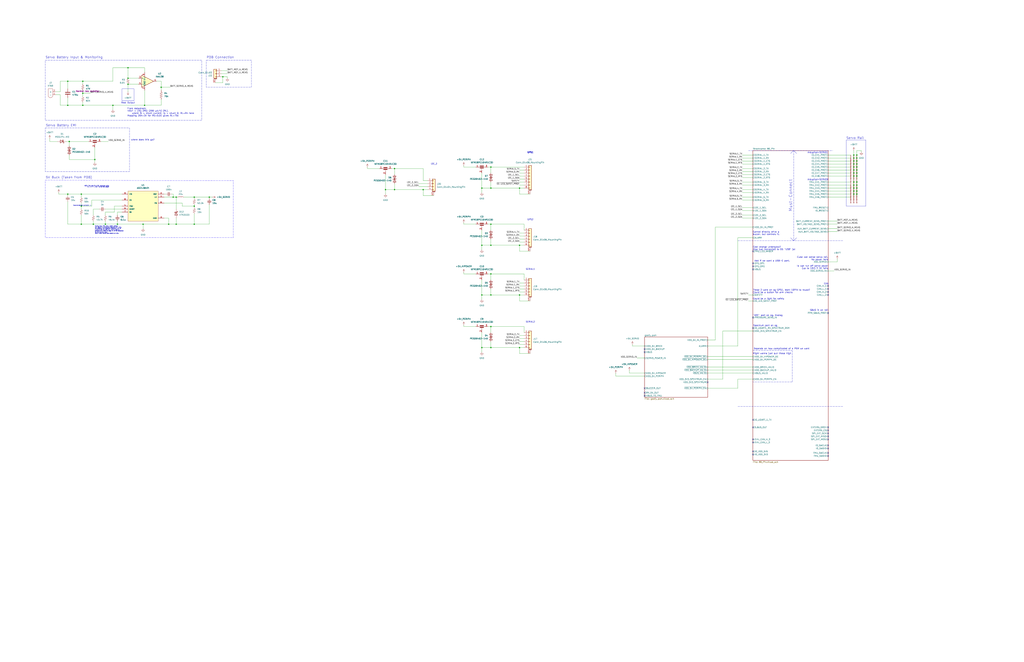
<source format=kicad_sch>
(kicad_sch (version 20250114) (generator "eeschema") (generator_version "9.0")
  (paper "D")
  (rectangle (start 173.99 50.8) (end 212.09 73.66) (stroke (width 0) (type dash)))
  (rectangle (start 38.1 107.95) (end 109.22 144.78) (stroke (width 0) (type dash)))
  (rectangle (start 713.74 118.11) (end 730.25 173.99))
  (rectangle (start 102.87 74.93) (end 113.03 85.09))
  (rectangle (start 38.1 50.8) (end 170.18 101.6) (stroke (width 0) (type dash)))
  (text "Servo Rail" (at 713.74 116.586 0) (effects (font (size 1.905 1.905)) (justify left)))
  (text "where does this go?\n" (at 120.396 118.11 0) (effects (font (size 1.27 1.27))))
  (text "Cannot directly drive a \nbuzzer, but controls it." (at 634.746 198.628 0) (effects (font (size 1.27 1.27)) (justify left bottom)))
  (text "Add if we want a USB-C port." (at 636.27 220.98 0) (effects (font (size 1.27 1.27)) (justify left bottom)))
  (text "GPS1" (at 447.294 128.778 0) (effects (font (size 1.27 1.27) (thickness 0.254) (bold yes))))
  (text "SBUS in on rail" (at 698.5 262.636 0) (effects (font (size 1.27 1.27)) (justify right bottom)))
  (text "\"ADC\" port on og. Analog" (at 635 266.954 0) (effects (font (size 1.27 1.27)) (justify left bottom)))
  (text "Spectrum port on og" (at 635.254 275.59 0) (effects (font (size 1.27 1.27)) (justify left bottom)))
  (text "Real Output" (at 107.95 86.868 0) (effects (font (size 1.27 1.27))))
  (text "Could be a light for safety" (at 635 252.984 0) (effects (font (size 1.27 1.27)) (justify left bottom)))
  (text "Pulling down FSW with a 46.6k resistor\nwill result in a switching frequency of 1 MHz.\nFor stability, the crossover frequency will be\n1/10 of this, so 100 kHz. This is used to\ncompute R14. Refer to page 11 of the datasheet\nfor the formula used.\nNOTE: These values also depend on C15." (at 80.01 194.056 0) (effects (font (size 0.635 0.635)) (justify left)))
  (text "Might wanna just pull these high" (at 635 298.45 0) (effects (font (size 1.27 1.27)) (justify left)))
  (text "Cool orange underglow?\nAlso just connected to OG \"USB\" jst" (at 635 211.328 0) (effects (font (size 1.27 1.27)) (justify left bottom)))
  (text "Could be a button for arm checks" (at 635 247.65 0) (effects (font (size 1.27 1.27)) (justify left bottom)))
  (text "Servo Battery EMI" (at 51.562 105.918 0) (effects (font (size 1.905 1.905))))
  (text "Depends on how complicated of a PSM we want" (at 659.13 294.386 0) (effects (font (size 1.27 1.27))))
  (text "I2C_2" (at 366.014 138.43 0) (effects (font (size 1.27 1.27))))
  (text "From datasheet:\nVOUT = (IS) (RS) (200 μA/V) (RL), \n    where IS = shunt current, rs = shunt Ω, RL=R4 here\nMapping 20A=3V for RS=0.01 gives RL=75k" (at 107.442 94.742 0) (effects (font (size 1.27 1.27)) (justify left)))
  (text "SERIAL2" (at 447.294 271.78 0) (effects (font (size 1.27 1.27))))
  (text "These 2 were on og GPS1. Want 10PIN to reuse?" (at 635 245.618 0) (effects (font (size 1.27 1.27)) (justify left bottom)))
  (text "Cube can sense servo rail.\nNo power here" (at 698.5 219.964 0) (effects (font (size 1.27 1.27)) (justify right bottom)))
  (text "Ardupilot=SERVO1" (at 698.5 129.54 0) (effects (font (size 1.27 1.27)) (justify right bottom)))
  (text "GPS2" (at 447.294 185.42 0) (effects (font (size 1.27 1.27))))
  (text "NOTE: This uses RL=1.25, computed using\nR = V / I = 5V / 4A for the Jetson" (at 91.948 157.48 0) (effects (font (size 0.635 0.635)) (justify right)))
  (text "Must be between 1.2 & 5V ->" (at 76.962 173.482 0) (effects (font (size 0.635 0.635)) (justify right)))
  (text "Io can run off servo power\n(up to 10V) if 5V fails" (at 698.5 227.33 0) (effects (font (size 1.27 1.27)) (justify right bottom)))
  (text "PDB Connection" (at 174.244 48.514 0) (effects (font (size 1.905 1.905)) (justify left)))
  (text "CAN" (at 698.754 240.284 0) (effects (font (size 1.27 1.27)) (justify right bottom)))
  (text "5V Buck (Taken from PDB)" (at 38.608 149.86 0) (effects (font (size 1.905 1.905)) (justify left)))
  (text "Ardupilot=SERVO9\n" (at 698.5 152.4 0) (effects (font (size 1.27 1.27)) (justify right bottom)))
  (text "Servo Battery Input & Monitoring" (at 62.484 48.514 0) (effects (font (size 1.905 1.905))))
  (text "Must-Connect" (at 666.75 165.1 90) (effects (font (size 2.54 2.54))))
  (text "SERIAL1" (at 447.294 227.33 0) (effects (font (size 1.27 1.27))))
  (junction (at 722.63 135.89))
  (junction (at 438.15 207.01))
  (junction (at 406.4 207.01))
  (junction (at 57.15 68.58))
  (junction (at 414.02 189.23))
  (junction (at 722.63 158.75))
  (junction (at 406.4 293.37))
  (junction (at 414.02 207.01))
  (junction (at 720.09 153.67))
  (junction (at 720.09 146.05))
  (junction (at 722.63 146.05))
  (junction (at 69.85 78.74))
  (junction (at 107.95 71.12))
  (junction (at 120.65 189.23))
  (junction (at 80.01 134.62))
  (junction (at 57.15 163.83))
  (junction (at 438.15 158.75))
  (junction (at 722.63 148.59))
  (junction (at 722.63 138.43))
  (junction (at 720.09 163.83))
  (junction (at 107.95 57.15))
  (junction (at 146.05 166.37))
  (junction (at 722.63 163.83))
  (junction (at 148.59 189.23))
  (junction (at 99.06 189.23))
  (junction (at 163.83 173.99))
  (junction (at 720.09 133.35))
  (junction (at 187.96 64.77))
  (junction (at 88.9 189.23))
  (junction (at 722.63 140.97))
  (junction (at 142.24 189.23))
  (junction (at 720.09 138.43))
  (junction (at 720.09 158.75))
  (junction (at 438.15 248.92))
  (junction (at 356.87 160.02))
  (junction (at 121.92 88.9))
  (junction (at 135.89 73.66))
  (junction (at 720.09 143.51))
  (junction (at 414.02 275.59))
  (junction (at 69.85 88.9))
  (junction (at 107.95 66.04))
  (junction (at 95.25 88.9))
  (junction (at 68.58 189.23))
  (junction (at 414.02 231.14))
  (junction (at 720.09 130.81))
  (junction (at 57.15 88.9))
  (junction (at 69.85 68.58))
  (junction (at 722.63 143.51))
  (junction (at 148.59 166.37))
  (junction (at 722.63 153.67))
  (junction (at 414.02 293.37))
  (junction (at 406.4 248.92))
  (junction (at 163.83 189.23))
  (junction (at 414.02 248.92))
  (junction (at 332.74 142.24))
  (junction (at 720.09 135.89))
  (junction (at 414.02 140.97))
  (junction (at 414.02 158.75))
  (junction (at 163.83 166.37))
  (junction (at 722.63 133.35))
  (junction (at 325.12 160.02))
  (junction (at 720.09 161.29))
  (junction (at 720.09 140.97))
  (junction (at 332.74 160.02))
  (junction (at 438.15 293.37))
  (junction (at 720.09 148.59))
  (junction (at 58.42 119.38))
  (junction (at 722.63 156.21))
  (junction (at 68.58 173.99))
  (junction (at 406.4 158.75))
  (junction (at 722.63 161.29))
  (junction (at 722.63 130.81))
  (junction (at 68.58 163.83))
  (junction (at 720.09 156.21))
  (junction (at 78.74 189.23))
  (junction (at 176.53 166.37))
  (no_connect (at 635 267.97))
  (no_connect (at 635 370.84))
  (no_connect (at 543.56 297.18))
  (no_connect (at 543.56 294.64))
  (no_connect (at 698.5 360.68))
  (no_connect (at 698.5 248.92))
  (no_connect (at 635 212.09))
  (no_connect (at 635 383.54))
  (no_connect (at 543.56 334.01))
  (no_connect (at 635 373.38))
  (no_connect (at 698.5 243.84))
  (no_connect (at 698.5 384.81))
  (no_connect (at 698.5 264.16))
  (no_connect (at 635 360.68))
  (no_connect (at 635 276.86))
  (no_connect (at 698.5 370.84))
  (no_connect (at 635 222.25))
  (no_connect (at 698.5 375.92))
  (no_connect (at 635 224.79))
  (no_connect (at 698.5 378.46))
  (no_connect (at 635 354.33))
  (no_connect (at 698.5 363.22))
  (no_connect (at 635 381))
  (no_connect (at 698.5 365.76))
  (no_connect (at 543.56 327.66))
  (no_connect (at 698.5 241.3))
  (no_connect (at 635 227.33))
  (no_connect (at 698.5 368.3))
  (no_connect (at 596.9 322.58))
  (no_connect (at 543.56 331.47))
  (no_connect (at 698.5 382.27))
  (no_connect (at 698.5 246.38))
  (wire (pts (xy 626.11 175.26) (xy 635 175.26)))
  (wire (pts (xy 68.58 181.61) (xy 68.58 189.23)))
  (wire (pts (xy 720.09 133.35) (xy 720.09 135.89)))
  (wire (pts (xy 706.12 220.98) (xy 698.5 220.98)))
  (wire (pts (xy 406.4 252.73) (xy 406.4 248.92)))
  (polyline (pts (xy 666.75 200.66) (xy 669.29 203.2)))
  (wire (pts (xy 102.87 179.07) (xy 99.06 179.07)))
  (wire (pts (xy 626.11 166.37) (xy 635 166.37)))
  (wire (pts (xy 138.43 171.45) (xy 153.67 171.45)))
  (wire (pts (xy 722.63 127) (xy 722.63 130.81)))
  (wire (pts (xy 191.77 64.77) (xy 187.96 64.77)))
  (wire (pts (xy 356.87 152.4) (xy 356.87 142.24)))
  (wire (pts (xy 353.06 154.94) (xy 360.68 154.94)))
  (wire (pts (xy 631.19 248.92) (xy 635 248.92)))
  (wire (pts (xy 356.87 160.02) (xy 356.87 165.1)))
  (wire (pts (xy 698.5 146.05) (xy 717.55 146.05)))
  (wire (pts (xy 609.6 279.4) (xy 609.6 320.04)))
  (wire (pts (xy 438.15 151.13) (xy 441.96 151.13)))
  (wire (pts (xy 722.63 161.29) (xy 722.63 163.83)))
  (wire (pts (xy 176.53 166.37) (xy 179.07 166.37)))
  (wire (pts (xy 596.9 303.53) (xy 635 303.53)))
  (wire (pts (xy 148.59 166.37) (xy 148.59 176.53)))
  (wire (pts (xy 414.02 140.97) (xy 414.02 146.05)))
  (wire (pts (xy 146.05 163.83) (xy 146.05 166.37)))
  (wire (pts (xy 68.58 163.83) (xy 102.87 163.83)))
  (wire (pts (xy 146.05 166.37) (xy 148.59 166.37)))
  (wire (pts (xy 698.5 130.81) (xy 717.55 130.81)))
  (wire (pts (xy 80.01 134.62) (xy 80.01 124.46)))
  (wire (pts (xy 722.63 135.89) (xy 722.63 138.43)))
  (wire (pts (xy 698.5 133.35) (xy 717.55 133.35)))
  (wire (pts (xy 325.12 147.32) (xy 325.12 160.02)))
  (wire (pts (xy 720.09 135.89) (xy 720.09 138.43)))
  (wire (pts (xy 438.15 248.92) (xy 438.15 254)))
  (wire (pts (xy 176.53 172.72) (xy 176.53 189.23)))
  (wire (pts (xy 411.48 189.23) (xy 414.02 189.23)))
  (wire (pts (xy 135.89 73.66) (xy 135.89 76.2)))
  (wire (pts (xy 530.86 312.42) (xy 530.86 314.96)))
  (wire (pts (xy 626.11 168.91) (xy 635 168.91)))
  (wire (pts (xy 138.43 163.83) (xy 139.7 163.83)))
  (wire (pts (xy 698.5 158.75) (xy 717.55 158.75)))
  (wire (pts (xy 698.5 193.04) (xy 706.12 193.04)))
  (wire (pts (xy 533.4 292.1) (xy 543.56 292.1)))
  (wire (pts (xy 41.91 119.38) (xy 48.26 119.38)))
  (wire (pts (xy 58.42 119.38) (xy 58.42 123.19)))
  (wire (pts (xy 120.65 189.23) (xy 99.06 189.23)))
  (wire (pts (xy 69.85 88.9) (xy 95.25 88.9)))
  (wire (pts (xy 722.63 146.05) (xy 722.63 148.59)))
  (wire (pts (xy 414.02 189.23) (xy 414.02 194.31)))
  (wire (pts (xy 57.15 170.18) (xy 57.15 189.23)))
  (wire (pts (xy 78.74 176.53) (xy 78.74 181.61)))
  (wire (pts (xy 107.95 66.04) (xy 116.84 66.04)))
  (wire (pts (xy 69.85 68.58) (xy 95.25 68.58)))
  (wire (pts (xy 441.96 236.22) (xy 441.96 231.14)))
  (wire (pts (xy 391.16 140.97) (xy 401.32 140.97)))
  (wire (pts (xy 50.8 88.9) (xy 50.8 80.01)))
  (wire (pts (xy 519.43 314.96) (xy 519.43 317.5)))
  (wire (pts (xy 96.52 173.99) (xy 96.52 179.07)))
  (wire (pts (xy 176.53 166.37) (xy 176.53 167.64)))
  (wire (pts (xy 530.86 314.96) (xy 543.56 314.96)))
  (wire (pts (xy 181.61 69.85) (xy 187.96 69.85)))
  (wire (pts (xy 626.11 162.56) (xy 635 162.56)))
  (wire (pts (xy 391.16 274.32) (xy 391.16 275.59)))
  (wire (pts (xy 414.02 248.92) (xy 414.02 243.84)))
  (wire (pts (xy 88.9 176.53) (xy 102.87 176.53)))
  (wire (pts (xy 722.63 163.83) (xy 722.63 166.37)))
  (polyline (pts (xy 668.02 295.656) (xy 668.02 322.326)) (stroke (width 0) (type dash)))
  (wire (pts (xy 438.15 196.85) (xy 441.96 196.85)))
  (wire (pts (xy 698.5 166.37) (xy 717.55 166.37)))
  (wire (pts (xy 332.74 160.02) (xy 332.74 154.94)))
  (wire (pts (xy 95.25 68.58) (xy 95.25 57.15)))
  (wire (pts (xy 163.83 180.34) (xy 163.83 189.23)))
  (wire (pts (xy 626.11 133.35) (xy 635 133.35)))
  (wire (pts (xy 438.15 199.39) (xy 441.96 199.39)))
  (wire (pts (xy 144.78 163.83) (xy 146.05 163.83)))
  (wire (pts (xy 414.02 275.59) (xy 414.02 280.67)))
  (wire (pts (xy 83.82 176.53) (xy 78.74 176.53)))
  (wire (pts (xy 58.42 119.38) (xy 74.93 119.38)))
  (wire (pts (xy 142.24 189.23) (xy 148.59 189.23)))
  (wire (pts (xy 191.77 66.04) (xy 191.77 64.77)))
  (wire (pts (xy 391.16 275.59) (xy 401.32 275.59)))
  (wire (pts (xy 720.09 146.05) (xy 720.09 148.59)))
  (wire (pts (xy 720.09 163.83) (xy 720.09 166.37)))
  (wire (pts (xy 414.02 158.75) (xy 414.02 153.67)))
  (wire (pts (xy 722.63 138.43) (xy 722.63 140.97)))
  (wire (pts (xy 309.88 140.97) (xy 309.88 142.24)))
  (wire (pts (xy 596.9 312.42) (xy 635 312.42)))
  (wire (pts (xy 163.83 175.26) (xy 163.83 173.99)))
  (wire (pts (xy 441.96 231.14) (xy 414.02 231.14)))
  (wire (pts (xy 142.24 189.23) (xy 120.65 189.23)))
  (wire (pts (xy 96.52 179.07) (xy 88.9 179.07)))
  (wire (pts (xy 722.63 140.97) (xy 722.63 143.51)))
  (wire (pts (xy 50.8 80.01) (xy 46.99 80.01)))
  (wire (pts (xy 438.15 153.67) (xy 441.96 153.67)))
  (wire (pts (xy 121.92 76.2) (xy 121.92 88.9)))
  (wire (pts (xy 414.02 207.01) (xy 414.02 201.93)))
  (wire (pts (xy 720.09 143.51) (xy 720.09 146.05)))
  (wire (pts (xy 626.11 184.15) (xy 635 184.15)))
  (wire (pts (xy 325.12 163.83) (xy 325.12 160.02)))
  (wire (pts (xy 698.5 135.89) (xy 717.55 135.89)))
  (wire (pts (xy 414.02 293.37) (xy 414.02 288.29)))
  (wire (pts (xy 726.44 128.27) (xy 726.44 127)))
  (wire (pts (xy 41.91 116.84) (xy 41.91 119.38)))
  (wire (pts (xy 356.87 165.1) (xy 365.76 165.1)))
  (wire (pts (xy 626.11 138.43) (xy 635 138.43)))
  (wire (pts (xy 596.9 300.99) (xy 635 300.99)))
  (wire (pts (xy 88.9 186.69) (xy 88.9 189.23)))
  (wire (pts (xy 50.8 68.58) (xy 50.8 77.47)))
  (wire (pts (xy 720.09 130.81) (xy 720.09 133.35)))
  (wire (pts (xy 596.9 327.66) (xy 622.3 327.66)))
  (wire (pts (xy 187.96 64.77) (xy 186.69 64.77)))
  (wire (pts (xy 722.63 158.75) (xy 722.63 161.29)))
  (wire (pts (xy 138.43 184.15) (xy 142.24 184.15)))
  (wire (pts (xy 438.15 293.37) (xy 438.15 298.45)))
  (polyline (pts (xy 669.29 203.2) (xy 671.83 200.66)))
  (wire (pts (xy 99.06 189.23) (xy 99.06 186.69)))
  (wire (pts (xy 438.15 238.76) (xy 441.96 238.76)))
  (wire (pts (xy 411.48 140.97) (xy 414.02 140.97)))
  (polyline (pts (xy 669.29 127) (xy 669.29 203.2)) (stroke (width 0) (type dash)))
  (wire (pts (xy 438.15 283.21) (xy 441.96 283.21)))
  (wire (pts (xy 537.21 302.26) (xy 543.56 302.26)))
  (wire (pts (xy 406.4 236.22) (xy 406.4 248.92)))
  (wire (pts (xy 438.15 241.3) (xy 441.96 241.3)))
  (wire (pts (xy 438.15 207.01) (xy 438.15 212.09)))
  (wire (pts (xy 414.02 140.97) (xy 441.96 140.97)))
  (wire (pts (xy 121.92 57.15) (xy 121.92 60.96)))
  (wire (pts (xy 154.94 166.37) (xy 163.83 166.37)))
  (wire (pts (xy 57.15 68.58) (xy 57.15 74.93)))
  (wire (pts (xy 107.95 71.12) (xy 116.84 71.12)))
  (wire (pts (xy 57.15 68.58) (xy 69.85 68.58)))
  (wire (pts (xy 107.95 57.15) (xy 121.92 57.15)))
  (wire (pts (xy 720.09 148.59) (xy 720.09 153.67)))
  (wire (pts (xy 58.42 134.62) (xy 80.01 134.62)))
  (wire (pts (xy 698.5 163.83) (xy 717.55 163.83)))
  (wire (pts (xy 69.85 86.36) (xy 69.85 88.9)))
  (wire (pts (xy 698.5 138.43) (xy 717.55 138.43)))
  (wire (pts (xy 50.8 68.58) (xy 57.15 68.58)))
  (wire (pts (xy 356.87 160.02) (xy 360.68 160.02)))
  (wire (pts (xy 107.95 57.15) (xy 107.95 66.04)))
  (wire (pts (xy 626.11 177.8) (xy 635 177.8)))
  (wire (pts (xy 356.87 142.24) (xy 332.74 142.24)))
  (wire (pts (xy 441.96 194.31) (xy 441.96 189.23)))
  (wire (pts (xy 107.95 71.12) (xy 107.95 77.47)))
  (polyline (pts (xy 668.02 322.326) (xy 635 322.326)) (stroke (width 0) (type dash)))
  (wire (pts (xy 609.6 320.04) (xy 596.9 320.04)))
  (wire (pts (xy 95.25 88.9) (xy 95.25 92.71)))
  (wire (pts (xy 626.11 156.21) (xy 635 156.21)))
  (wire (pts (xy 698.5 195.58) (xy 706.12 195.58)))
  (wire (pts (xy 438.15 146.05) (xy 441.96 146.05)))
  (wire (pts (xy 438.15 158.75) (xy 441.96 158.75)))
  (wire (pts (xy 722.63 130.81) (xy 722.63 133.35)))
  (wire (pts (xy 68.58 171.45) (xy 68.58 173.99)))
  (wire (pts (xy 120.65 189.23) (xy 120.65 193.04)))
  (wire (pts (xy 603.25 191.77) (xy 635 191.77)))
  (wire (pts (xy 622.3 292.1) (xy 596.9 292.1)))
  (wire (pts (xy 720.09 161.29) (xy 720.09 163.83)))
  (wire (pts (xy 720.09 158.75) (xy 720.09 161.29)))
  (wire (pts (xy 85.09 119.38) (xy 91.44 119.38)))
  (polyline (pts (xy 635 295.656) (xy 668.02 295.656)) (stroke (width 0) (type dash)))
  (wire (pts (xy 88.9 179.07) (xy 88.9 181.61)))
  (wire (pts (xy 698.5 161.29) (xy 717.55 161.29)))
  (wire (pts (xy 698.5 143.51) (xy 717.55 143.51)))
  (wire (pts (xy 163.83 172.72) (xy 163.83 173.99)))
  (wire (pts (xy 626.11 147.32) (xy 635 147.32)))
  (wire (pts (xy 186.69 59.69) (xy 191.77 59.69)))
  (wire (pts (xy 121.92 88.9) (xy 135.89 88.9)))
  (wire (pts (xy 68.58 163.83) (xy 68.58 166.37)))
  (wire (pts (xy 622.3 200.66) (xy 622.3 292.1)))
  (wire (pts (xy 176.53 189.23) (xy 163.83 189.23)))
  (wire (pts (xy 596.9 314.96) (xy 635 314.96)))
  (wire (pts (xy 438.15 156.21) (xy 441.96 156.21)))
  (wire (pts (xy 153.67 171.45) (xy 153.67 173.99)))
  (wire (pts (xy 148.59 189.23) (xy 163.83 189.23)))
  (wire (pts (xy 406.4 280.67) (xy 406.4 293.37)))
  (wire (pts (xy 406.4 297.18) (xy 406.4 293.37)))
  (wire (pts (xy 519.43 317.5) (xy 543.56 317.5)))
  (wire (pts (xy 353.06 157.48) (xy 360.68 157.48)))
  (wire (pts (xy 438.15 204.47) (xy 441.96 204.47)))
  (wire (pts (xy 406.4 248.92) (xy 414.02 248.92)))
  (wire (pts (xy 626.11 160.02) (xy 635 160.02)))
  (wire (pts (xy 57.15 165.1) (xy 57.15 163.83)))
  (wire (pts (xy 622.3 320.04) (xy 635 320.04)))
  (polyline (pts (xy 622.3 203.2) (xy 711.2 203.2)) (stroke (width 0) (type dash)))
  (wire (pts (xy 332.74 142.24) (xy 332.74 147.32)))
  (wire (pts (xy 135.89 73.66) (xy 143.51 73.66)))
  (wire (pts (xy 330.2 142.24) (xy 332.74 142.24)))
  (wire (pts (xy 438.15 285.75) (xy 441.96 285.75)))
  (wire (pts (xy 406.4 194.31) (xy 406.4 207.01)))
  (wire (pts (xy 438.15 298.45) (xy 447.04 298.45)))
  (wire (pts (xy 68.58 189.23) (xy 78.74 189.23)))
  (polyline (pts (xy 671.83 129.54) (xy 669.29 127)))
  (wire (pts (xy 391.16 189.23) (xy 401.32 189.23)))
  (wire (pts (xy 720.09 127) (xy 720.09 130.81)))
  (wire (pts (xy 438.15 293.37) (xy 441.96 293.37)))
  (polyline (pts (xy 631.19 127) (xy 702.31 127)) (stroke (width 0) (type dash)))
  (wire (pts (xy 153.67 173.99) (xy 163.83 173.99)))
  (wire (pts (xy 698.5 148.59) (xy 717.55 148.59)))
  (wire (pts (xy 406.4 207.01) (xy 414.02 207.01)))
  (wire (pts (xy 309.88 142.24) (xy 320.04 142.24)))
  (wire (pts (xy 722.63 143.51) (xy 722.63 146.05)))
  (wire (pts (xy 438.15 290.83) (xy 441.96 290.83)))
  (wire (pts (xy 635 279.4) (xy 609.6 279.4)))
  (wire (pts (xy 69.85 68.58) (xy 69.85 71.12)))
  (wire (pts (xy 698.5 140.97) (xy 717.55 140.97)))
  (wire (pts (xy 720.09 156.21) (xy 720.09 158.75)))
  (wire (pts (xy 406.4 146.05) (xy 406.4 158.75)))
  (wire (pts (xy 626.11 153.67) (xy 635 153.67)))
  (wire (pts (xy 698.5 186.69) (xy 706.12 186.69)))
  (wire (pts (xy 58.42 130.81) (xy 58.42 134.62)))
  (wire (pts (xy 57.15 88.9) (xy 69.85 88.9)))
  (wire (pts (xy 414.02 207.01) (xy 438.15 207.01)))
  (wire (pts (xy 622.3 327.66) (xy 622.3 320.04)))
  (wire (pts (xy 596.9 309.88) (xy 635 309.88)))
  (wire (pts (xy 99.06 179.07) (xy 99.06 181.61)))
  (wire (pts (xy 438.15 207.01) (xy 441.96 207.01)))
  (wire (pts (xy 135.89 68.58) (xy 135.89 73.66)))
  (wire (pts (xy 438.15 254) (xy 447.04 254)))
  (wire (pts (xy 626.11 135.89) (xy 635 135.89)))
  (wire (pts (xy 135.89 83.82) (xy 135.89 88.9)))
  (wire (pts (xy 626.11 181.61) (xy 635 181.61)))
  (wire (pts (xy 57.15 163.83) (xy 68.58 163.83)))
  (wire (pts (xy 68.58 173.99) (xy 68.58 176.53)))
  (wire (pts (xy 77.47 173.99) (xy 77.47 168.91)))
  (wire (pts (xy 438.15 243.84) (xy 441.96 243.84)))
  (wire (pts (xy 46.99 77.47) (xy 50.8 77.47)))
  (wire (pts (xy 438.15 201.93) (xy 441.96 201.93)))
  (wire (pts (xy 49.53 162.56) (xy 49.53 163.83)))
  (wire (pts (xy 722.63 153.67) (xy 722.63 156.21)))
  (wire (pts (xy 698.5 153.67) (xy 717.55 153.67)))
  (wire (pts (xy 414.02 293.37) (xy 438.15 293.37)))
  (wire (pts (xy 391.16 231.14) (xy 401.32 231.14)))
  (wire (pts (xy 438.15 212.09) (xy 447.04 212.09)))
  (wire (pts (xy 132.08 68.58) (xy 135.89 68.58)))
  (wire (pts (xy 55.88 119.38) (xy 58.42 119.38)))
  (polyline (pts (xy 622.3 342.9) (xy 711.2 342.9)) (stroke (width 0) (type dash)))
  (wire (pts (xy 69.85 78.74) (xy 76.2 78.74)))
  (wire (pts (xy 77.47 168.91) (xy 102.87 168.91)))
  (wire (pts (xy 80.01 137.16) (xy 80.01 134.62)))
  (wire (pts (xy 438.15 143.51) (xy 441.96 143.51)))
  (wire (pts (xy 720.09 138.43) (xy 720.09 140.97)))
  (wire (pts (xy 414.02 248.92) (xy 438.15 248.92)))
  (wire (pts (xy 438.15 158.75) (xy 438.15 163.83)))
  (wire (pts (xy 391.16 229.87) (xy 391.16 231.14)))
  (wire (pts (xy 356.87 152.4) (xy 360.68 152.4)))
  (wire (pts (xy 78.74 186.69) (xy 78.74 189.23)))
  (wire (pts (xy 698.5 156.21) (xy 717.55 156.21)))
  (wire (pts (xy 441.96 275.59) (xy 414.02 275.59)))
  (wire (pts (xy 722.63 148.59) (xy 722.63 153.67)))
  (wire (pts (xy 78.74 189.23) (xy 88.9 189.23)))
  (wire (pts (xy 50.8 88.9) (xy 57.15 88.9)))
  (wire (pts (xy 88.9 189.23) (xy 99.06 189.23)))
  (wire (pts (xy 438.15 148.59) (xy 441.96 148.59)))
  (wire (pts (xy 391.16 139.7) (xy 391.16 140.97)))
  (wire (pts (xy 635 200.66) (xy 622.3 200.66)))
  (wire (pts (xy 706.12 218.44) (xy 706.12 220.98)))
  (wire (pts (xy 631.19 254) (xy 635 254)))
  (wire (pts (xy 406.4 162.56) (xy 406.4 158.75)))
  (wire (pts (xy 187.96 69.85) (xy 187.96 64.77)))
  (wire (pts (xy 138.43 166.37) (xy 146.05 166.37)))
  (wire (pts (xy 411.48 231.14) (xy 414.02 231.14)))
  (wire (pts (xy 69.85 78.74) (xy 69.85 81.28)))
  (wire (pts (xy 95.25 88.9) (xy 121.92 88.9)))
  (wire (pts (xy 722.63 156.21) (xy 722.63 158.75)))
  (wire (pts (xy 414.02 158.75) (xy 438.15 158.75)))
  (wire (pts (xy 698.5 189.23) (xy 706.12 189.23)))
  (wire (pts (xy 391.16 187.96) (xy 391.16 189.23)))
  (wire (pts (xy 332.74 160.02) (xy 356.87 160.02)))
  (wire (pts (xy 68.58 173.99) (xy 77.47 173.99)))
  (wire (pts (xy 533.4 290.83) (xy 533.4 292.1)))
  (wire (pts (xy 406.4 293.37) (xy 414.02 293.37)))
  (wire (pts (xy 49.53 163.83) (xy 57.15 163.83)))
  (wire (pts (xy 142.24 184.15) (xy 142.24 189.23)))
  (wire (pts (xy 406.4 210.82) (xy 406.4 207.01)))
  (wire (pts (xy 163.83 166.37) (xy 176.53 166.37)))
  (wire (pts (xy 603.25 287.02) (xy 603.25 191.77)))
  (wire (pts (xy 722.63 133.35) (xy 722.63 135.89)))
  (wire (pts (xy 57.15 82.55) (xy 57.15 88.9)))
  (wire (pts (xy 69.85 76.2) (xy 69.85 78.74)))
  (wire (pts (xy 441.96 189.23) (xy 414.02 189.23)))
  (wire (pts (xy 726.44 127) (xy 722.63 127)))
  (wire (pts (xy 438.15 288.29) (xy 441.96 288.29)))
  (wire (pts (xy 438.15 163.83) (xy 447.04 163.83)))
  (wire (pts (xy 626.11 149.86) (xy 635 149.86)))
  (wire (pts (xy 95.25 57.15) (xy 107.95 57.15)))
  (wire (pts (xy 186.69 62.23) (xy 191.77 62.23)))
  (wire (pts (xy 414.02 231.14) (xy 414.02 236.22)))
  (wire (pts (xy 626.11 144.78) (xy 635 144.78)))
  (wire (pts (xy 438.15 248.92) (xy 441.96 248.92)))
  (wire (pts (xy 148.59 166.37) (xy 149.86 166.37)))
  (wire (pts (xy 411.48 275.59) (xy 414.02 275.59)))
  (wire (pts (xy 325.12 160.02) (xy 332.74 160.02)))
  (wire (pts (xy 720.09 140.97) (xy 720.09 143.51)))
  (wire (pts (xy 163.83 166.37) (xy 163.83 167.64)))
  (wire (pts (xy 626.11 142.24) (xy 635 142.24)))
  (wire (pts (xy 720.09 153.67) (xy 720.09 156.21)))
  (wire (pts (xy 596.9 287.02) (xy 603.25 287.02)))
  (wire (pts (xy 102.87 173.99) (xy 96.52 173.99)))
  (wire (pts (xy 698.5 228.6) (xy 703.58 228.6)))
  (wire (pts (xy 626.11 130.81) (xy 635 130.81)))
  (wire (pts (xy 57.15 189.23) (xy 68.58 189.23)))
  (wire (pts (xy 406.4 158.75) (xy 414.02 158.75)))
  (polyline (pts (xy 669.29 127) (xy 666.75 129.54)))
  (wire (pts (xy 148.59 184.15) (xy 148.59 189.23)))
  (wire (pts (xy 438.15 246.38) (xy 441.96 246.38)))
  (wire (pts (xy 441.96 280.67) (xy 441.96 275.59)))
  (label "SERIAL3_TX" (at 438.15 143.51 180))
  (label "SERIAL1_TX" (at 626.11 130.81 180))
  (label "SERIAL5_TX" (at 626.11 166.37 180))
  (label "SERIAL4_TX" (at 438.15 196.85 180))
  (label "SERIAL2_TX" (at 626.11 142.24 180))
  (label "I2C_2_SDA" (at 353.06 157.48 180))
  (label "SERIAL4_RX" (at 438.15 199.39 180))
  (label "SERIAL2_RX" (at 438.15 285.75 180))
  (label "SERIAL1_RTS" (at 626.11 138.43 180))
  (label "SERIAL1_RX" (at 626.11 133.35 180))
  (label "BATT_MOT_V_MEAS" (at 191.77 62.23 0))
  (label "SERIAL2_RTS" (at 626.11 149.86 180))
  (label "SERIAL3_RX" (at 438.15 146.05 180))
  (label "SERIAL2_CTS" (at 626.11 147.32 180))
  (label "BATT_SERVO_A_MEAS" (at 706.12 193.04 0))
  (label "VDD_SERVO_IN" (at 703.58 228.6 0))
  (label "I2C_2_SDA" (at 626.11 184.15 180))
  (label "SERIAL4_RX" (at 626.11 162.56 180))
  (label "I2C_2_SCL" (at 626.11 181.61 180))
  (label "I2C_1_SCL" (at 438.15 148.59 180))
  (label "BATT_MOT_V_MEAS" (at 706.12 189.23 0))
  (label "SERIAL1_RX" (at 438.15 241.3 180))
  (label "I2C_2_SCL" (at 353.06 154.94 180))
  (label "VDD_SERVO_IN" (at 91.44 119.38 0))
  (label "I2C_2_SCL" (at 438.15 201.93 180))
  (label "SERIAL2_RX" (at 626.11 144.78 180))
  (label "BATT_SERVO_V_MEAS" (at 76.2 78.74 0))
  (label "SAFETY" (at 631.19 248.92 180))
  (label "I2C_1_SCL" (at 626.11 175.26 180))
  (label "BATT_SERVO_V_MEAS" (at 706.12 195.58 0))
  (label "SERIAL2_TX" (at 438.15 283.21 180))
  (label "SERIAL2_RTS" (at 438.15 290.83 180))
  (label "I2C_1_SDA" (at 626.11 177.8 180))
  (label "SERIAL1_CTS" (at 626.11 135.89 180))
  (label "SERIAL1_TX" (at 438.15 238.76 180))
  (label "SAFETY" (at 438.15 153.67 180))
  (label "SERIAL2_CTS" (at 438.15 288.29 180))
  (label "VDD_SERVO_IN" (at 537.21 302.26 180))
  (label "BATT_MOT_A_MEAS" (at 706.12 186.69 0))
  (label "SERIAL4_TX" (at 626.11 160.02 180))
  (label "BATT_MOT_A_MEAS" (at 191.77 59.69 0))
  (label "SERIAL1_CTS" (at 438.15 243.84 180))
  (label "SERIAL3_RX" (at 626.11 156.21 180))
  (label "~{IO-LED_SAFET_PROT}" (at 438.15 156.21 180))
  (label "BATT_SERVO_A_MEAS" (at 143.51 73.66 0))
  (label "SERIAL3_TX" (at 626.11 153.67 180))
  (label "I2C_2_SDA" (at 438.15 204.47 180))
  (label "I2C_1_SDA" (at 438.15 151.13 180))
  (label "~{IO-LED_SAFET_PROT}" (at 631.19 254 180))
  (label "SERIAL1_RTS" (at 438.15 246.38 180))
  (label "SERIAL5_RX" (at 626.11 168.91 180))
  (rule_area (polyline (pts (xy 38.1 152.146) (xy 196.85 152.4) (xy 196.85 200.66) (xy 38.1 200.406)) (stroke (width 0) (type dash) (color 34 13 255 1))))
  (symbol (lib_id "Connector:Conn_01x03_Pin") (at 720.09 143.51 270) (mirror x) (unit 1) (in_bom no)
    (property "Reference" "J6" (effects (hide yes)))
    (property "Value" "Conn_01x03_Pin" (effects (hide yes)))
    (property "Footprint" "Connector_PinHeader_2.54mm:PinHeader_1x03_P2.54mm_Vertical" (effects (hide yes)))
    (property "Description" "Generic connector, single row, 01x03, script generated" (effects (hide yes)))
  )
  (symbol (lib_id "Connector:Conn_01x03_Pin") (at 720.09 138.43 270) (mirror x) (unit 1) (in_bom no)
    (property "Reference" "J4" (effects (hide yes)))
    (property "Value" "Conn_01x03_Pin" (effects (hide yes)))
    (property "Footprint" "Connector_PinHeader_2.54mm:PinHeader_1x03_P2.54mm_Vertical" (effects (hide yes)))
    (property "Description" "Generic connector, single row, 01x03, script generated" (effects (hide yes)))
  )
  (symbol (lib_id "Device:D_TVS") (at 414.02 240.03 270) (mirror x) (unit 1)
    (property "Reference" "D5" (at 411.48 238.7599 90) (effects (justify right)))
    (property "Value" "PESD0402-140" (at 411.48 241.2999 90) (effects (justify right)))
    (property "Footprint" "PART_Footprints:PESD0402-140" (effects (hide yes)))
    (property "Description" "Bidirectional transient-voltage-suppression diode" (effects (hide yes)))
    (property "MP" "PESD0402-140" (effects (hide yes)))
  )
  (symbol (lib_id "Connector_Generic_MountingPin:Conn_01x06_MountingPin") (at 447.04 199.39 0) (unit 1)
    (property "Reference" "J18" (at 449.58 199.7455 0) (effects (justify left)))
    (property "Value" "Conn_01x06_MountingPin" (at 449.58 202.2855 0) (effects (justify left)))
    (property "Footprint" "Connector_JST:JST_GH_BM06B-GHS-TBT_1x06-1MP_P1.25mm_Vertical" (effects (hide yes)))
    (property "Description" "Generic connectable mounting pin connector, single row, 01x06, script generated (kicad-library-utils/schlib/autogen/connector/)" (effects (hide yes)))
    (property "MP" "SM06B-GHS-TB" (effects (hide yes)))
  )
  (symbol (lib_id "Device:R_Small_US") (at 68.58 168.91 0) (unit 1)
    (property "Reference" "R9" (at 71.12 167.6399 0) (effects (justify left)))
    (property "Value" "50k" (at 71.12 170.1799 0) (effects (justify left)))
    (property "Footprint" "Resistor_SMD:R_0603_1608Metric_Pad0.98x0.95mm_HandSolder" (effects (hide yes)))
    (property "Description" "Resistor, small US symbol" (effects (hide yes)))
    (property "MP" "RT0603BRD0750KL" (effects (hide yes)))
  )
  (symbol (lib_id "Device:D_TVS") (at 414.02 149.86 270) (mirror x) (unit 1)
    (property "Reference" "D7" (at 411.48 148.5899 90) (effects (justify right)))
    (property "Value" "PESD0402-140" (at 411.48 151.1299 90) (effects (justify right)))
    (property "Footprint" "PART_Footprints:PESD0402-140" (effects (hide yes)))
    (property "Description" "Bidirectional transient-voltage-suppression diode" (effects (hide yes)))
    (property "MP" "PESD0402-140" (effects (hide yes)))
  )
  (symbol (lib_id "power:GND") (at 406.4 210.82 0) (unit 1)
    (property "Reference" "#PWR04" (effects (hide yes)))
    (property "Value" "GND" (at 406.4 215.9 0))
    (property "Description" "Power symbol creates a global label with name \"GND\" , ground" (effects (hide yes)))
  )
  (symbol (lib_id "Device:C_Small") (at 57.15 167.64 0) (unit 1)
    (property "Reference" "C5" (at 59.69 166.3762 0) (effects (justify left)))
    (property "Value" "10u" (at 59.69 168.9162 0) (effects (justify left)))
    (property "Footprint" "Capacitor_SMD:C_0603_1608Metric_Pad1.08x0.95mm_HandSolder" (effects (hide yes)))
    (property "Description" "Unpolarized capacitor, small symbol" (effects (hide yes)))
    (property "MP" "CL10A106KP8NNNC" (effects (hide yes)))
  )
  (symbol (lib_id "power:GND") (at 191.77 66.04 0) (unit 1)
    (property "Reference" "#PWR031" (effects (hide yes)))
    (property "Value" "GND" (at 191.77 71.12 0))
    (property "Description" "Power symbol creates a global label with name \"GND\" , ground" (effects (hide yes)))
  )
  (symbol (lib_id "Connector_Generic_MountingPin:Conn_01x03_MountingPin") (at 181.61 62.23 0) (mirror y) (unit 1)
    (property "Reference" "J22" (at 179.07 63.8557 0) (effects (justify left)))
    (property "Value" "Conn_01x03" (at 179.07 61.3157 0) (effects (justify left)))
    (property "Footprint" "Connector_JST:JST_GH_BM03B-GHS-TBT_1x03-1MP_P1.25mm_Vertical" (effects (hide yes)))
    (property "Description" "Generic connectable mounting pin connector, single row, 01x03, script generated (kicad-library-utils/schlib/autogen/connector/)" (effects (hide yes)))
    (property "MP" "SM03B-GHS-TB" (effects (hide yes)))
  )
  (symbol (lib_id "Device:R_Small_US") (at 88.9 184.15 0) (unit 1)
    (property "Reference" "R6" (at 91.44 182.8799 0) (effects (justify left)))
    (property "Value" "46.4k" (at 91.44 185.4199 0) (effects (justify left)))
    (property "Footprint" "Resistor_SMD:R_0603_1608Metric_Pad0.98x0.95mm_HandSolder" (effects (hide yes)))
    (property "Description" "Resistor, small US symbol" (effects (hide yes)))
    (property "MP" "RC0603FR-0746R4L" (effects (hide yes)))
  )
  (symbol (lib_id "power:+5V") (at 179.07 166.37 270) (unit 1)
    (property "Reference" "#PWR041" (effects (hide yes)))
    (property "Value" "+5V_SERVO" (at 182.88 166.3699 90) (effects (justify left)))
    (property "Description" "Power symbol creates a global label with name \"+5V\"" (effects (hide yes)))
  )
  (symbol (lib_id "Device:C_Feedthrough") (at 80.01 121.92 0) (unit 1)
    (property "Reference" "C2" (at 80.01 113.03 0))
    (property "Value" "NFM18PC104R1C3D" (at 80.01 115.57 0))
    (property "Footprint" "PART_Footprints:FIL_NFM18PC104R1C3D" (effects (hide yes)))
    (property "Description" "Feedthrough capacitor" (effects (hide yes)))
    (property "MP" "NFM18PC104R1C3D" (effects (hide yes)))
  )
  (symbol (lib_id "Connector:Conn_01x03_Pin") (at 720.09 171.45 270) (mirror x) (unit 1) (in_bom no)
    (property "Reference" "J16" (effects (hide yes)))
    (property "Value" "Conn_01x03_Pin" (effects (hide yes)))
    (property "Footprint" "Connector_PinHeader_2.54mm:PinHeader_1x03_P2.54mm_Vertical" (effects (hide yes)))
    (property "Description" "Generic connector, single row, 01x03, script generated" (effects (hide yes)))
  )
  (symbol (lib_id "Connector:Conn_01x03_Pin") (at 720.09 151.13 270) (mirror x) (unit 1) (in_bom no)
    (property "Reference" "J9" (effects (hide yes)))
    (property "Value" "Conn_01x03_Pin" (effects (hide yes)))
    (property "Footprint" "Connector_PinHeader_2.54mm:PinHeader_1x03_P2.54mm_Vertical" (effects (hide yes)))
    (property "Description" "Generic connector, single row, 01x03, script generated" (effects (hide yes)))
  )
  (symbol (lib_id "Device:C_Small") (at 99.06 184.15 0) (unit 1)
    (property "Reference" "C6" (at 101.6 182.8862 0) (effects (justify left)))
    (property "Value" "0.1u" (at 101.6 185.4262 0) (effects (justify left)))
    (property "Footprint" "Capacitor_SMD:C_0603_1608Metric_Pad1.08x0.95mm_HandSolder" (effects (hide yes)))
    (property "Description" "Unpolarized capacitor, small symbol" (effects (hide yes)))
    (property "MP" "C0603C102K5RACTU" (effects (hide yes)))
  )
  (symbol (lib_id "Device:C_Small") (at 86.36 176.53 90) (unit 1)
    (property "Reference" "C4" (at 86.3663 170.18 90))
    (property "Value" "3n" (at 86.3663 172.72 90))
    (property "Footprint" "Capacitor_SMD:C_0603_1608Metric_Pad1.08x0.95mm_HandSolder" (effects (hide yes)))
    (property "Description" "Unpolarized capacitor, small symbol" (effects (hide yes)))
    (property "MP" "GCM1885C1H302JA16D" (effects (hide yes)))
  )
  (symbol (lib_id "power:GND") (at 406.4 297.18 0) (unit 1)
    (property "Reference" "#PWR06" (effects (hide yes)))
    (property "Value" "GND" (at 406.4 302.26 0))
    (property "Description" "Power symbol creates a global label with name \"GND\" , ground" (effects (hide yes)))
  )
  (symbol (lib_id "Device:D_Schottky") (at 52.07 119.38 180) (unit 1)
    (property "Reference" "D1" (at 52.3875 113.03 0))
    (property "Value" "MSS1P4-M3" (at 52.3875 115.57 0))
    (property "Footprint" "PART_Footprints:MSS1P4-M3_89A" (effects (hide yes)))
    (property "Description" "Schottky diode" (effects (hide yes)))
    (property "MP" "MSS1P4-M3/89A" (effects (hide yes)))
  )
  (symbol (lib_id "Device:R_Small_US") (at 78.74 184.15 0) (unit 1)
    (property "Reference" "R5" (at 81.28 182.8799 0) (effects (justify left)))
    (property "Value" "43.7k" (at 81.28 185.4199 0) (effects (justify left)))
    (property "Footprint" "Resistor_SMD:R_0603_1608Metric_Pad0.98x0.95mm_HandSolder" (effects (hide yes)))
    (property "Description" "Resistor, small US symbol" (effects (hide yes)))
    (property "MP" "RN73R1JTTD4372B25" (effects (hide yes)))
  )
  (symbol (lib_id "Connector_Generic_MountingPin:Conn_01x06_MountingPin") (at 447.04 285.75 0) (unit 1)
    (property "Reference" "J17" (at 449.58 286.1055 0) (effects (justify left)))
    (property "Value" "Conn_01x06_MountingPin" (at 449.58 288.6455 0) (effects (justify left)))
    (property "Footprint" "Connector_JST:JST_GH_BM06B-GHS-TBT_1x06-1MP_P1.25mm_Vertical" (effects (hide yes)))
    (property "Description" "Generic connectable mounting pin connector, single row, 01x06, script generated (kicad-library-utils/schlib/autogen/connector/)" (effects (hide yes)))
    (property "MP" "SM06B-GHS-TB" (effects (hide yes)))
  )
  (symbol (lib_id "power:+BATT") (at 107.95 77.47 180) (unit 1)
    (property "Reference" "#PWR023" (effects (hide yes)))
    (property "Value" "+BATT" (at 107.95 82.55 0))
    (property "Description" "Power symbol creates a global label with name \"+BATT\"" (effects (hide yes)))
  )
  (symbol (lib_id "power:+5V") (at 533.4 290.83 0) (unit 1)
    (property "Reference" "#PWR058" (effects (hide yes)))
    (property "Value" "+5V_SERVO" (at 533.4 285.75 0))
    (property "Description" "Power symbol creates a global label with name \"+5V\"" (effects (hide yes)))
  )
  (symbol (lib_id "Connector:Conn_01x03_Pin") (at 720.09 148.59 270) (mirror x) (unit 1) (in_bom no)
    (property "Reference" "J8" (effects (hide yes)))
    (property "Value" "Conn_01x03_Pin" (effects (hide yes)))
    (property "Footprint" "Connector_PinHeader_2.54mm:PinHeader_1x03_P2.54mm_Vertical" (effects (hide yes)))
    (property "Description" "Generic connector, single row, 01x03, script generated" (effects (hide yes)))
  )
  (symbol (lib_id "Device:C") (at 57.15 78.74 0) (unit 1)
    (property "Reference" "C1" (at 60.96 77.4699 0) (effects (justify left)))
    (property "Value" "470u" (at 60.96 80.0099 0) (effects (justify left)))
    (property "Footprint" "Capacitor_THT:CP_Radial_D10.0mm_P5.00mm" (effects (hide yes)))
    (property "Description" "Unpolarized capacitor" (effects (hide yes)))
    (property "MP" "25ZLH470MEFC10X12.5" (effects (hide yes)))
  )
  (symbol (lib_id "Connector:Conn_01x03_Pin") (at 720.09 161.29 270) (mirror x) (unit 1) (in_bom no)
    (property "Reference" "J12" (effects (hide yes)))
    (property "Value" "Conn_01x03_Pin" (effects (hide yes)))
    (property "Footprint" "Connector_PinHeader_2.54mm:PinHeader_1x03_P2.54mm_Vertical" (effects (hide yes)))
    (property "Description" "Generic connector, single row, 01x03, script generated" (effects (hide yes)))
  )
  (symbol (lib_id "Device:R_Small_US") (at 163.83 170.18 0) (unit 1)
    (property "Reference" "R7" (at 166.37 168.9099 0) (effects (justify left)))
    (property "Value" "52.3k" (at 166.37 171.4499 0) (effects (justify left)))
    (property "Footprint" "Resistor_SMD:R_0603_1608Metric_Pad0.98x0.95mm_HandSolder" (effects (hide yes)))
    (property "Description" "Resistor, small US symbol" (effects (hide yes)))
    (property "MP" "RC0603FR-0752K3L" (effects (hide yes)))
  )
  (symbol (lib_id "AOZ1284PI:AOZ1284PI") (at 120.65 173.99 0) (unit 1)
    (property "Reference" "U1" (at 120.65 156.21 0))
    (property "Value" "AOZ1284PI" (at 120.65 158.75 0))
    (property "Footprint" "PART_Footprints:SOP127P600X170-9N" (effects (hide yes)))
    (property "E2_MAX" "2.58" (effects (hide yes)))
    (property "E1_MIN" "3.8" (effects (hide yes)))
    (property "B_NOM" "0.41" (effects (hide yes)))
    (property "D_MAX" "5.0" (effects (hide yes)))
    (property "E1_NOM" "3.9" (effects (hide yes)))
    (property "B_MAX" "0.51" (effects (hide yes)))
    (property "Description_1" "Buck Switching Regulator IC Positive Adjustable 0.8V 1 Output 4A 8-SOIC (0.154, 3.90mm Width) Exposed Pad" (effects (hide yes)))
    (property "Price" "None" (effects (hide yes)))
    (property "D2_MAX" "3.5" (effects (hide yes)))
    (property "ENOM" "1.27" (effects (hide yes)))
    (property "D_NOM" "4.9" (effects (hide yes)))
    (property "L_MAX" "1.27" (effects (hide yes)))
    (property "A_MAX" "1.7" (effects (hide yes)))
    (property "Package" "SO-8 Alpha &amp;" (effects (hide yes)))
    (property "A_NOM" "1.7" (effects (hide yes)))
    (property "Check_prices" "https://www.snapeda.com/parts/AOZ1284PI/Alpha/view-part/?ref=eda" (effects (hide yes)))
    (property "A_MIN" "1.7" (effects (hide yes)))
    (property "STANDARD" "IPC 7351B" (effects (hide yes)))
    (property "PARTREV" "0.5" (effects (hide yes)))
    (property "SnapEDA_Link" "https://www.snapeda.com/parts/AOZ1284PI/Alpha/view-part/?ref=snap" (effects (hide yes)))
    (property "E_NOM" "6.0" (effects (hide yes)))
    (property "B_MIN" "0.31" (effects (hide yes)))
    (property "PIN_COUNT" "8.0" (effects (hide yes)))
    (property "L_NOM" "0.835" (effects (hide yes)))
    (property "MANUFACTURER" "Alpha and Omega" (effects (hide yes)))
    (property "MF" "Alpha &" (effects (hide yes)))
    (property "MAXIMUM_PACKAGE_HEIGHT" "1.7mm" (effects (hide yes)))
    (property "A1_MIN" "0.1" (effects (hide yes)))
    (property "E1_MAX" "4.0" (effects (hide yes)))
    (property "E_MIN" "5.8" (effects (hide yes)))
    (property "D_MIN" "4.8" (effects (hide yes)))
    (property "MP" "AOZ1284PI" (effects (hide yes)))
    (property "L_MIN" "0.4" (effects (hide yes)))
    (property "Availability" "In Stock" (effects (hide yes)))
    (property "E_MAX" "6.2" (effects (hide yes)))
  )
  (symbol (lib_id "power:+5V") (at 530.86 312.42 0) (unit 1)
    (property "Reference" "#PWR061" (effects (hide yes)))
    (property "Value" "+5V_HIPOWER" (at 530.86 307.34 0))
    (property "Description" "Power symbol creates a global label with name \"+5V\"" (effects (hide yes)))
  )
  (symbol (lib_id "power:+BATT") (at 49.53 162.56 0) (unit 1)
    (property "Reference" "#PWR057" (effects (hide yes)))
    (property "Value" "+BATT" (at 49.53 157.48 0))
    (property "Description" "Power symbol creates a global label with name \"+BATT\"" (effects (hide yes)))
  )
  (symbol (lib_id "Device:D_TVS") (at 414.02 198.12 270) (mirror x) (unit 1)
    (property "Reference" "D3" (at 411.48 196.8499 90) (effects (justify right)))
    (property "Value" "PESD0402-140" (at 411.48 199.3899 90) (effects (justify right)))
    (property "Footprint" "PART_Footprints:PESD0402-140" (effects (hide yes)))
    (property "Description" "Bidirectional transient-voltage-suppression diode" (effects (hide yes)))
    (property "MP" "PESD0402-140" (effects (hide yes)))
  )
  (symbol (lib_id "Connector:Conn_01x03_Pin") (at 720.09 135.89 270) (mirror x) (unit 1) (in_bom no)
    (property "Reference" "J3" (effects (hide yes)))
    (property "Value" "Conn_01x03_Pin" (effects (hide yes)))
    (property "Footprint" "Connector_PinHeader_2.54mm:PinHeader_1x03_P2.54mm_Vertical" (effects (hide yes)))
    (property "Description" "Generic connector, single row, 01x03, script generated" (effects (hide yes)))
  )
  (symbol (lib_id "Device:R_Small_US") (at 68.58 179.07 0) (unit 1)
    (property "Reference" "R10" (at 71.12 177.7999 0) (effects (justify left)))
    (property "Value" "50k" (at 71.12 180.3399 0) (effects (justify left)))
    (property "Footprint" "Resistor_SMD:R_0603_1608Metric_Pad0.98x0.95mm_HandSolder" (effects (hide yes)))
    (property "Description" "Resistor, small US symbol" (effects (hide yes)))
    (property "MP" "RT0603BRD0750KL" (effects (hide yes)))
  )
  (symbol (lib_id "Device:R_Small_US") (at 69.85 73.66 0) (unit 1)
    (property "Reference" "R1" (at 72.39 72.3899 0) (effects (justify left)))
    (property "Value" "47K" (at 72.39 74.9299 0) (effects (justify left)))
    (property "Footprint" "Resistor_SMD:R_0603_1608Metric_Pad0.98x0.95mm_HandSolder" (effects (hide yes)))
    (property "Description" "Resistor, small US symbol" (effects (hide yes)))
    (property "Part Number" "Normal Ass resisitor" (at 73.914 76.962 0) (effects (font (thickness 0.1588))))
    (property "MP" "RC0603FR-0747KL" (effects (hide yes)))
  )
  (symbol (lib_id "Device:D_TVS") (at 414.02 284.48 270) (mirror x) (unit 1)
    (property "Reference" "D4" (at 411.48 283.2099 90) (effects (justify right)))
    (property "Value" "PESD0402-140" (at 411.48 285.7499 90) (effects (justify right)))
    (property "Footprint" "PART_Footprints:PESD0402-140" (effects (hide yes)))
    (property "Description" "Bidirectional transient-voltage-suppression diode" (effects (hide yes)))
    (property "MP" "PESD0402-140" (effects (hide yes)))
  )
  (symbol (lib_id "Device:L_Small") (at 152.4 166.37 90) (unit 1)
    (property "Reference" "L1" (at 152.4 161.29 90))
    (property "Value" "22u" (at 152.4 163.83 90))
    (property "Footprint" "Inductor_SMD:L_0603_1608Metric_Pad1.05x0.95mm_HandSolder" (effects (hide yes)))
    (property "Description" "Inductor, small symbol" (effects (hide yes)))
  )
  (symbol (lib_id "Device:C_Feedthrough") (at 406.4 191.77 0) (unit 1)
    (property "Reference" "C3" (at 406.4 182.88 0))
    (property "Value" "NFM18PC104R1C3D" (at 406.4 185.42 0))
    (property "Footprint" "PART_Footprints:FIL_NFM18PC104R1C3D" (effects (hide yes)))
    (property "Description" "Feedthrough capacitor" (effects (hide yes)))
    (property "MP" "NFM18PC104R1C3D" (effects (hide yes)))
  )
  (symbol (lib_id "Connector:Conn_01x03_Pin") (at 720.09 163.83 270) (mirror x) (unit 1) (in_bom no)
    (property "Reference" "J13" (effects (hide yes)))
    (property "Value" "Conn_01x03_Pin" (effects (hide yes)))
    (property "Footprint" "Connector_PinHeader_2.54mm:PinHeader_1x03_P2.54mm_Vertical" (effects (hide yes)))
    (property "Description" "Generic connector, single row, 01x03, script generated" (effects (hide yes)))
  )
  (symbol (lib_id "Connector:Conn_01x03_Pin") (at 720.09 158.75 270) (mirror x) (unit 1) (in_bom no)
    (property "Reference" "J11" (effects (hide yes)))
    (property "Value" "Conn_01x03_Pin" (effects (hide yes)))
    (property "Footprint" "Connector_PinHeader_2.54mm:PinHeader_1x03_P2.54mm_Vertical" (effects (hide yes)))
    (property "Description" "Generic connector, single row, 01x03, script generated" (effects (hide yes)))
  )
  (symbol (lib_id "Device:C_Feedthrough") (at 406.4 143.51 0) (unit 1)
    (property "Reference" "C12" (at 406.4 134.62 0))
    (property "Value" "NFM18PC104R1C3D" (at 406.4 137.16 0))
    (property "Footprint" "PART_Footprints:FIL_NFM18PC104R1C3D" (effects (hide yes)))
    (property "Description" "Feedthrough capacitor" (effects (hide yes)))
    (property "MP" "NFM18PC104R1C3D" (effects (hide yes)))
  )
  (symbol (lib_id "power:GND") (at 95.25 92.71 0) (unit 1)
    (property "Reference" "#PWR024" (effects (hide yes)))
    (property "Value" "GND" (at 95.25 97.79 0))
    (property "Description" "Power symbol creates a global label with name \"GND\" , ground" (effects (hide yes)))
  )
  (symbol (lib_id "power:+5V") (at 519.43 314.96 0) (unit 1)
    (property "Reference" "#PWR062" (effects (hide yes)))
    (property "Value" "+5V_PERIPH" (at 519.43 309.88 0))
    (property "Description" "Power symbol creates a global label with name \"+5V\"" (effects (hide yes)))
  )
  (symbol (lib_id "power:+5V") (at 391.16 229.87 0) (unit 1)
    (property "Reference" "#PWR07" (effects (hide yes)))
    (property "Value" "+5V_HIPOWER" (at 391.16 224.79 0))
    (property "Description" "Power symbol creates a global label with name \"+5V\"" (effects (hide yes)))
  )
  (symbol (lib_id "power:GND") (at 726.44 128.27 0) (unit 1)
    (property "Reference" "#PWR030" (effects (hide yes)))
    (property "Value" "GND" (at 726.44 133.35 0))
    (property "Description" "Power symbol creates a global label with name \"GND\" , ground" (effects (hide yes)))
  )
  (symbol (lib_id "Device:C_Feedthrough") (at 406.4 233.68 0) (unit 1)
    (property "Reference" "C10" (at 406.4 224.79 0))
    (property "Value" "NFM18PC104R1C3D" (at 406.4 227.33 0))
    (property "Footprint" "PART_Footprints:FIL_NFM18PC104R1C3D" (effects (hide yes)))
    (property "Description" "Feedthrough capacitor" (effects (hide yes)))
    (property "MP" "NFM18PC104R1C3D" (effects (hide yes)))
  )
  (symbol (lib_id "power:+BATT") (at 720.09 127 0) (unit 1)
    (property "Reference" "#PWR029" (effects (hide yes)))
    (property "Value" "+BATT" (at 720.09 121.92 0))
    (property "Description" "Power symbol creates a global label with name \"+BATT\"" (effects (hide yes)))
  )
  (symbol (lib_id "Device:D_TVS") (at 332.74 151.13 270) (mirror x) (unit 1)
    (property "Reference" "D6" (at 330.2 149.8599 90) (effects (justify right)))
    (property "Value" "PESD0402-140" (at 330.2 152.3999 90) (effects (justify right)))
    (property "Footprint" "PART_Footprints:PESD0402-140" (effects (hide yes)))
    (property "Description" "Bidirectional transient-voltage-suppression diode" (effects (hide yes)))
    (property "MP" "PESD0402-140" (effects (hide yes)))
  )
  (symbol (lib_id "Device:R_Small_US") (at 69.85 83.82 180) (unit 1)
    (property "Reference" "R2" (at 72.39 82.5499 0) (effects (justify right)))
    (property "Value" "82K" (at 72.39 85.0899 0) (effects (justify right)))
    (property "Footprint" "Resistor_SMD:R_0603_1608Metric_Pad0.98x0.95mm_HandSolder" (effects (hide yes)))
    (property "Description" "Resistor, small US symbol" (effects (hide yes)))
    (property "MP" "RC0603JR-0782KL" (effects (hide yes)))
  )
  (symbol (lib_id "Device:D_TVS") (at 58.42 127 90) (unit 1)
    (property "Reference" "D2" (at 60.96 125.7299 90) (effects (justify right)))
    (property "Value" "PESD0402-140" (at 60.96 128.2699 90) (effects (justify right)))
    (property "Footprint" "PART_Footprints:PESD0402-140" (effects (hide yes)))
    (property "Description" "Bidirectional transient-voltage-suppression diode" (effects (hide yes)))
    (property "MP" "PESD0402-140" (effects (hide yes)))
  )
  (symbol (lib_id "Device:R_Small_US") (at 163.83 177.8 0) (unit 1)
    (property "Reference" "R8" (at 166.37 176.5299 0) (effects (justify left)))
    (property "Value" "10k" (at 166.37 179.0699 0) (effects (justify left)))
    (property "Footprint" "Resistor_SMD:R_0603_1608Metric_Pad0.98x0.95mm_HandSolder" (effects (hide yes)))
    (property "Description" "Resistor, small US symbol" (effects (hide yes)))
    (property "MP" "RC0603FR-0710KL" (effects (hide yes)))
  )
  (symbol (lib_id "power:GND") (at 406.4 252.73 0) (unit 1)
    (property "Reference" "#PWR09" (effects (hide yes)))
    (property "Value" "GND" (at 406.4 257.81 0))
    (property "Description" "Power symbol creates a global label with name \"GND\" , ground" (effects (hide yes)))
  )
  (symbol (lib_id "Device:C_Small") (at 142.24 163.83 90) (unit 1)
    (property "Reference" "C7" (at 142.2463 157.48 90))
    (property "Value" "100n" (at 142.2463 160.02 90))
    (property "Footprint" "Capacitor_SMD:C_0603_1608Metric_Pad1.08x0.95mm_HandSolder" (effects (hide yes)))
    (property "Description" "Unpolarized capacitor, small symbol" (effects (hide yes)))
    (property "MP" "CC0603KRX7R7BB104" (effects (hide yes)))
  )
  (symbol (lib_id "Amplifier_Current:INA138") (at 124.46 68.58 0) (unit 1)
    (property "Reference" "U2" (at 134.62 62.1598 0))
    (property "Value" "INA138" (at 134.62 64.6998 0))
    (property "Footprint" "Package_TO_SOT_SMD:SOT-23-5" (effects (hide yes)))
    (property "Datasheet" "http://www.ti.com/lit/ds/symlink/ina138.pdf" (effects (hide yes)))
    (property "Description" "High-Side Measurement Current Shunt Monitor, 36V, SOT-23-5" (effects (hide yes)))
    (property "MP" "INA138NA/3K" (effects (hide yes)))
  )
  (symbol (lib_id "power:+5V") (at 309.88 140.97 0) (unit 1)
    (property "Reference" "#PWR02" (effects (hide yes)))
    (property "Value" "+5V_PERIPH" (at 309.88 135.89 0))
    (property "Description" "Power symbol creates a global label with name \"+5V\"" (effects (hide yes)))
  )
  (symbol (lib_id "power:GND") (at 406.4 162.56 0) (unit 1)
    (property "Reference" "#PWR01" (effects (hide yes)))
    (property "Value" "GND" (at 406.4 167.64 0))
    (property "Description" "Power symbol creates a global label with name \"GND\" , ground" (effects (hide yes)))
  )
  (symbol (lib_id "power:+5V") (at 391.16 187.96 0) (unit 1)
    (property "Reference" "#PWR05" (effects (hide yes)))
    (property "Value" "+5V_PERIPH" (at 391.16 182.88 0))
    (property "Description" "Power symbol creates a global label with name \"+5V\"" (effects (hide yes)))
  )
  (symbol (lib_id "Connector:Conn_01x03_Pin") (at 720.09 140.97 270) (mirror x) (unit 1) (in_bom no)
    (property "Reference" "J5" (effects (hide yes)))
    (property "Value" "Conn_01x03_Pin" (effects (hide yes)))
    (property "Footprint" "Connector_PinHeader_2.54mm:PinHeader_1x03_P2.54mm_Vertical" (effects (hide yes)))
    (property "Description" "Generic connector, single row, 01x03, script generated" (effects (hide yes)))
  )
  (symbol (lib_id "power:GND") (at 325.12 163.83 0) (unit 1)
    (property "Reference" "#PWR028" (effects (hide yes)))
    (property "Value" "GND" (at 325.12 168.91 0))
    (property "Description" "Power symbol creates a global label with name \"GND\" , ground" (effects (hide yes)))
  )
  (symbol (lib_id "power:GND") (at 80.01 137.16 0) (unit 1)
    (property "Reference" "#PWR032" (effects (hide yes)))
    (property "Value" "GND" (at 80.01 142.24 0))
    (property "Description" "Power symbol creates a global label with name \"GND\" , ground" (effects (hide yes)))
  )
  (symbol (lib_id "PART:XT60") (at 40.64 74.93 0) (unit 1)
    (property "Reference" "J2" (at 42.545 69.85 0))
    (property "Value" "XT60" (at 42.545 72.39 0))
    (property "Footprint" "Connector_AMASS:AMASS_XT60PW-M_1x02_P7.20mm_Horizontal" (effects (hide yes)))
    (property "PurchaseLink" "https://www.tme.com/us/en-us/details/xt60pt-m/dc-power-connectors/amass/" (effects (hide yes)))
  )
  (symbol (lib_id "Connector:Conn_01x03_Pin") (at 720.09 153.67 270) (mirror x) (unit 1) (in_bom no)
    (property "Reference" "J10" (effects (hide yes)))
    (property "Value" "Conn_01x03_Pin" (effects (hide yes)))
    (property "Footprint" "Connector_PinHeader_2.54mm:PinHeader_1x03_P2.54mm_Vertical" (effects (hide yes)))
    (property "Description" "Generic connector, single row, 01x03, script generated" (effects (hide yes)))
  )
  (symbol (lib_id "power:GND") (at 120.65 193.04 0) (unit 1)
    (property "Reference" "#PWR059" (effects (hide yes)))
    (property "Value" "GND" (at 120.65 198.12 0))
    (property "Description" "Power symbol creates a global label with name \"GND\" , ground" (effects (hide yes)))
  )
  (symbol (lib_id "Connector:Conn_01x03_Pin") (at 720.09 146.05 270) (mirror x) (unit 1) (in_bom no)
    (property "Reference" "J7" (effects (hide yes)))
    (property "Value" "Conn_01x03_Pin" (effects (hide yes)))
    (property "Footprint" "Connector_PinHeader_2.54mm:PinHeader_1x03_P2.54mm_Vertical" (effects (hide yes)))
    (property "Description" "Generic connector, single row, 01x03, script generated" (effects (hide yes)))
  )
  (symbol (lib_id "power:+BATT") (at 41.91 116.84 0) (unit 1)
    (property "Reference" "#PWR033" (effects (hide yes)))
    (property "Value" "+BATT" (at 41.91 111.76 0))
    (property "Description" "Power symbol creates a global label with name \"+BATT\"" (effects (hide yes)))
  )
  (symbol (lib_id "Device:C_Feedthrough") (at 406.4 278.13 0) (unit 1)
    (property "Reference" "C9" (at 406.4 269.24 0))
    (property "Value" "NFM18PC104R1C3D" (at 406.4 271.78 0))
    (property "Footprint" "PART_Footprints:FIL_NFM18PC104R1C3D" (effects (hide yes)))
    (property "Description" "Feedthrough capacitor" (effects (hide yes)))
    (property "MP" "NFM18PC104R1C3D" (effects (hide yes)))
  )
  (symbol (lib_id "Device:D_Schottky") (at 148.59 180.34 270) (unit 1)
    (property "Reference" "D12" (at 151.13 178.7524 90) (effects (justify left)))
    (property "Value" "V7N3103" (at 151.13 181.356 90) (effects (justify left)))
    (property "Footprint" "Diode_SMD:D_0603_1608Metric_Pad1.05x0.95mm_HandSolder" (effects (hide yes)))
    (property "Description" "Schottky diode" (effects (hide yes)))
  )
  (symbol (lib_id "Connector_Generic_MountingPin:Conn_01x04_MountingPin") (at 365.76 154.94 0) (unit 1)
    (property "Reference" "J20" (at 368.3 155.2955 0) (effects (justify left)))
    (property "Value" "Conn_01x04_MountingPin" (at 368.3 157.8355 0) (effects (justify left)))
    (property "Footprint" "Connector_JST:JST_GH_BM04B-GHS-TBT_1x04-1MP_P1.25mm_Vertical" (effects (hide yes)))
    (property "Description" "Generic connectable mounting pin connector, single row, 01x04, script generated (kicad-library-utils/schlib/autogen/connector/)" (effects (hide yes)))
    (property "MP" "SM04B-GHS-TB" (effects (hide yes)))
  )
  (symbol (lib_id "power:+BATT") (at 706.12 218.44 0) (unit 1)
    (property "Reference" "#PWR025" (effects (hide yes)))
    (property "Value" "+BATT" (at 706.12 213.36 0))
    (property "Description" "Power symbol creates a global label with name \"+BATT\"" (effects (hide yes)))
  )
  (symbol (lib_id "power:+5V") (at 391.16 139.7 0) (unit 1)
    (property "Reference" "#PWR03" (effects (hide yes)))
    (property "Value" "+5V_PERIPH" (at 391.16 134.62 0))
    (property "Description" "Power symbol creates a global label with name \"+5V\"" (effects (hide yes)))
  )
  (symbol (lib_id "Device:C_Small") (at 176.53 170.18 0) (unit 1)
    (property "Reference" "C8" (at 179.07 168.9162 0) (effects (justify left)))
    (property "Value" "10u" (at 179.07 171.4562 0) (effects (justify left)))
    (property "Footprint" "Capacitor_SMD:C_0603_1608Metric_Pad1.08x0.95mm_HandSolder" (effects (hide yes)))
    (property "Description" "Unpolarized capacitor, small symbol" (effects (hide yes)))
    (property "MP" "CL10A106KP8NNNC" (effects (hide yes)))
  )
  (symbol (lib_id "Connector:Conn_01x03_Pin") (at 720.09 166.37 270) (mirror x) (unit 1) (in_bom no)
    (property "Reference" "J14" (effects (hide yes)))
    (property "Value" "Conn_01x03_Pin" (effects (hide yes)))
    (property "Footprint" "Connector_PinHeader_2.54mm:PinHeader_1x03_P2.54mm_Vertical" (effects (hide yes)))
    (property "Description" "Generic connector, single row, 01x03, script generated" (effects (hide yes)))
  )
  (symbol (lib_id "power:+5V") (at 391.16 274.32 0) (unit 1)
    (property "Reference" "#PWR08" (effects (hide yes)))
    (property "Value" "+5V_PERIPH" (at 391.16 269.24 0))
    (property "Description" "Power symbol creates a global label with name \"+5V\"" (effects (hide yes)))
  )
  (symbol (lib_id "Device:C_Feedthrough") (at 325.12 144.78 0) (unit 1)
    (property "Reference" "C11" (at 325.12 135.89 0))
    (property "Value" "NFM18PC104R1C3D" (at 325.12 138.43 0))
    (property "Footprint" "PART_Footprints:FIL_NFM18PC104R1C3D" (effects (hide yes)))
    (property "Description" "Feedthrough capacitor" (effects (hide yes)))
    (property "MP" "NFM18PC104R1C3D" (effects (hide yes)))
  )
  (symbol (lib_id "Connector_Generic_MountingPin:Conn_01x06_MountingPin") (at 447.04 241.3 0) (unit 1)
    (property "Reference" "J19" (at 449.58 241.6555 0) (effects (justify left)))
    (property "Value" "Conn_01x06_MountingPin" (at 449.58 244.1955 0) (effects (justify left)))
    (property "Footprint" "Connector_JST:JST_GH_BM06B-GHS-TBT_1x06-1MP_P1.25mm_Vertical" (effects (hide yes)))
    (property "Description" "Generic connectable mounting pin connector, single row, 01x06, script generated (kicad-library-utils/schlib/autogen/connector/)" (effects (hide yes)))
    (property "MP" "SM06B-GHS-TB" (effects (hide yes)))
  )
  (symbol (lib_id "Device:R_US") (at 135.89 80.01 0) (unit 1)
    (property "Reference" "R4" (at 138.43 78.7399 0) (effects (justify left)))
    (property "Value" "75k" (at 138.43 81.2799 0) (effects (justify left)))
    (property "Footprint" "Resistor_SMD:R_0603_1608Metric_Pad0.98x0.95mm_HandSolder" (effects (hide yes)))
    (property "Description" "Resistor, US symbol" (effects (hide yes)))
    (property "MP" "AC0603FR-0775KL" (effects (hide yes)))
  )
  (symbol (lib_id "Device:R_Small_US") (at 107.95 68.58 0) (mirror y) (unit 1)
    (property "Reference" "R3" (at 105.41 67.3099 0) (effects (justify left)))
    (property "Value" "0.01" (at 105.41 69.8499 0) (effects (justify left)))
    (property "Footprint" "Resistor_SMD:R_2512_6332Metric_Pad1.40x3.35mm_HandSolder" (effects (hide yes)))
    (property "Description" "Resistor, small US symbol" (effects (hide yes)))
    (property "MP" "CSSU2512FT10L0" (effects (hide yes)))
  )
  (symbol (lib_id "Connector:Conn_01x03_Pin") (at 720.09 168.91 270) (mirror x) (unit 1) (in_bom no)
    (property "Reference" "J15" (effects (hide yes)))
    (property "Value" "Conn_01x03_Pin" (effects (hide yes)))
    (property "Footprint" "Connector_PinHeader_2.54mm:PinHeader_1x03_P2.54mm_Vertical" (effects (hide yes)))
    (property "Description" "Generic connector, single row, 01x03, script generated" (effects (hide yes)))
  )
  (symbol (lib_id "Connector_Generic_MountingPin:Conn_01x08_MountingPin") (at 447.04 148.59 0) (unit 1)
    (property "Reference" "J21" (at 447.04 134.62 0))
    (property "Value" "Conn_01x08_MountingPin" (at 447.04 137.16 0))
    (property "Footprint" "Connector_JST:JST_GH_BM08B-GHS-TBT_1x08-1MP_P1.25mm_Vertical" (effects (hide yes)))
    (property "Description" "Generic connectable mounting pin connector, single row, 01x08, script generated (kicad-library-utils/schlib/autogen/connector/)" (effects (hide yes)))
    (property "MP" "SM08B-GHS-TB" (effects (hide yes)))
  )
  (sheet (at 635 127) (size 63.5 261.62) (stroke (width 0.1524))
    (property "Sheetname" "80_Pin" (at 635 126.2884 0) (show_name yes) (effects (justify left bottom)))
    (property "Sheetfile" "80_Pin.kicad_sch" (at 635 389.2046 0) (effects (justify left top)))
    (pin "FMU_SWDIO" bidirectional (at 698.5 384.81 0))
    (pin "FMU_LED_AMBER" output (at 635 212.09 180))
    (pin "FMU_SWCLK" output (at 698.5 382.27 0))
    (pin "I2C_2_SDA" bidirectional (at 635 184.15 180))
    (pin "EXTERN_CS" output (at 698.5 363.22 0))
    (pin "I2C_2_SCL" output (at 635 181.61 180))
    (pin "FMU_!RESET" input (at 698.5 175.26 0))
    (pin "VDD_SERVO_IN" input (at 698.5 228.6 0))
    (pin "EXTERN_DRDY" input (at 698.5 360.68 0))
    (pin "SERIAL_5_RX" input (at 635 168.91 180))
    (pin "SERIAL_5_TX" output (at 635 166.37 180))
    (pin "SERIAL_4_RX" input (at 635 162.56 180))
    (pin "SAFETY" passive (at 635 248.92 180))
    (pin "SERIAL_4_TX" output (at 635 160.02 180))
    (pin "VDD_3V3_SPEKTRUM_EN" output (at 635 279.4 180))
    (pin "SERIAL_3_RX" input (at 635 156.21 180))
    (pin "PRESSURE_SENS_IN" input (at 635 267.97 180))
    (pin "SERIAL_3_TX" output (at 635 153.67 180))
    (pin "AUX_BATT_VOLTAGE_SENS" input (at 698.5 195.58 0))
    (pin "ALARM" output (at 635 200.66 180))
    (pin "AUX_BATT_CURRENT_SENS" input (at 698.5 193.04 0))
    (pin "IO_VDD_3V3" input (at 635 383.54 180))
    (pin "VDD_5V_PERIPH_EN" output (at 635 320.04 180))
    (pin "IO_LED_SAFET_PROT" output (at 635 254 180))
    (pin "VBUS" input (at 635 227.33 180))
    (pin "SERIAL_2_RTS" passive (at 635 149.86 180))
    (pin "OTG_DP1" bidirectional (at 635 222.25 180))
    (pin "SERIAL_2_CTS" passive (at 635 147.32 180))
    (pin "OTG_DM1" bidirectional (at 635 224.79 180))
    (pin "SERIAL_2_RX" input (at 635 144.78 180))
    (pin "I2C_1_SDA" bidirectional (at 635 177.8 180))
    (pin "SERIAL_2_TX" output (at 635 142.24 180))
    (pin "I2C_1_SCL" output (at 635 175.26 180))
    (pin "SERIAL_1_RX" input (at 635 133.35 180))
    (pin "CAN_L_2" bidirectional (at 698.5 248.92 0))
    (pin "SERIAL_1_TX" output (at 635 130.81 180))
    (pin "CAN_H_2" bidirectional (at 698.5 246.38 0))
    (pin "SERIAL_1_RTS" passive (at 635 138.43 180))
    (pin "VDD_5V_PERIPH_OC" input (at 635 303.53 180))
    (pin "SERIAL_1_CTS" passive (at 635 135.89 180))
    (pin "VDD_5V_HIPOWER_OC" input (at 635 300.99 180))
    (pin "IO_USART_1_TX" output (at 635 354.33 180))
    (pin "IO_USART1_RX_SPECTRUM_DSM" output (at 635 276.86 180))
    (pin "BATT_CURRENT_SENS_PROT" input (at 698.5 186.69 0))
    (pin "FMU_CH1_PROT" output (at 698.5 153.67 0))
    (pin "SPI_EXT_MOSI" output (at 698.5 370.84 0))
    (pin "IO_CH2_PROT" output (at 698.5 133.35 0))
    (pin "VDD_SERVO" input (at 698.5 220.98 0))
    (pin "FMU_CH3_PROT" output (at 698.5 158.75 0))
    (pin "VDD_BRICK_VALID" input (at 635 309.88 180))
    (pin "FMU_CH4_PROT" output (at 698.5 161.29 0))
    (pin "FMU_CH2_PROT" output (at 698.5 156.21 0))
    (pin "VDD_BACKUP_VALID" input (at 635 312.42 180))
    (pin "FMU_CH5_PROT" output (at 698.5 163.83 0))
    (pin "VBUS_VALID" input (at 635 314.96 180))
    (pin "VDD_5V_IN_PROT" input (at 635 191.77 180))
    (pin "PPM_SBUS_PROT" input (at 698.5 264.16 0))
    (pin "IO_CH1_PROT" output (at 698.5 130.81 0))
    (pin "CAN_H_1" bidirectional (at 698.5 241.3 0))
    (pin "CAN_L_1" bidirectional (at 698.5 243.84 0))
    (pin "IO_CH3_PROT" output (at 698.5 135.89 0))
    (pin "IO_!RESET" input (at 698.5 177.8 0))
    (pin "IO_CH4_PROT" output (at 698.5 138.43 0))
    (pin "SPI_EXT_SCK" output (at 698.5 365.76 0))
    (pin "IO_CH5_PROT" output (at 698.5 140.97 0))
    (pin "IO_SWCLK" output (at 698.5 375.92 0))
    (pin "IO_CH6_PROT" output (at 698.5 143.51 0))
    (pin "IO_SWDIO" bidirectional (at 698.5 378.46 0))
    (pin "IO_CH7_PROT" output (at 698.5 146.05 0))
    (pin "SPI_EXT_MISO" input (at 698.5 368.3 0))
    (pin "IO_CH8_PROT" output (at 698.5 148.59 0))
    (pin "IO_VDD_5V5" output (at 635 381 180))
    (pin "S.BUS_OUT" output (at 635 360.68 180))
    (pin "FMU_CH6_PROT" output (at 698.5 166.37 0))
    (pin "BATT_VOLTAGE_SENS_PROT" input (at 698.5 189.23 0))
    (pin "EVIL_CAN_L_3" bidirectional (at 635 373.38 180))
    (pin "EVIL_CAN_H_3" bidirectional (at 635 370.84 180))
  )
  (sheet (at 543.56 284.48) (size 53.34 50.8) (stroke (width 0.1524))
    (property "Sheetname" "goofy_psm" (at 543.56 283.7684 0) (effects (justify left bottom)))
    (property "Sheetfile" "goofy_psm.kicad_sch" (at 543.56 335.8646 0) (effects (justify left top)))
    (pin "VDD_5V_IN_PROT" output (at 596.9 287.02 0))
    (pin "VDD_3V3_SPEKTRUM_EN" input (at 596.9 320.04 0))
    (pin "VDD_5V_BACKUP" input (at 543.56 294.64 180))
    (pin "VDD_5V_BRICK" input (at 543.56 292.1 180))
    (pin "ALARM" input (at 596.9 292.1 0))
    (pin "SERVO_POWER_IN" input (at 543.56 302.26 180))
    (pin "~{VDD_5V_PERIPH_OC}" output (at 596.9 300.99 0))
    (pin "VDD_5V_PERIPH" output (at 543.56 317.5 180))
    (pin "VDD_3V3_SPEKTRUM" output (at 596.9 322.58 0))
    (pin "VBUS" input (at 543.56 297.18 180))
    (pin "BUZZER_OUT" output (at 543.56 327.66 180))
    (pin "~{VDD_5V_HIPOWER_OC}" output (at 596.9 303.53 0))
    (pin "VDD_5V_HIPOWER" output (at 543.56 314.96 180))
    (pin "~{VDD_5V_PERIPH_EN}" input (at 596.9 327.66 0))
    (pin "~{VDD_BACKUP_VALID}" output (at 596.9 312.42 0))
    (pin "~{VBUS_VALID}" output (at 596.9 314.96 0))
    (pin "~{VDD_BRICK_VALID}" output (at 596.9 309.88 0))
    (pin "RX_5V_OUT" output (at 543.56 331.47 180))
    (pin "VBUS_TO_FMU" input (at 543.56 334.01 180))
  )
)
</source>
